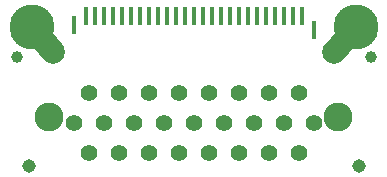
<source format=gts>
G04 #@! TF.GenerationSoftware,KiCad,Pcbnew,(5.1.10)-1*
G04 #@! TF.CreationDate,2021-10-13T14:36:50-07:00*
G04 #@! TF.ProjectId,MicroD25_Bondpad,4d696372-6f44-4323-955f-426f6e647061,rev?*
G04 #@! TF.SameCoordinates,Original*
G04 #@! TF.FileFunction,Soldermask,Top*
G04 #@! TF.FilePolarity,Negative*
%FSLAX46Y46*%
G04 Gerber Fmt 4.6, Leading zero omitted, Abs format (unit mm)*
G04 Created by KiCad (PCBNEW (5.1.10)-1) date 2021-10-13 14:36:50*
%MOMM*%
%LPD*%
G01*
G04 APERTURE LIST*
%ADD10C,2.000000*%
%ADD11C,0.100000*%
%ADD12C,3.800000*%
%ADD13C,2.600000*%
%ADD14C,1.000000*%
%ADD15C,1.397000*%
%ADD16C,2.438400*%
%ADD17R,0.457200X1.524000*%
%ADD18C,1.143000*%
G04 APERTURE END LIST*
D10*
X131082073Y-131461301D03*
D11*
G36*
X130305743Y-132091832D02*
G01*
X129020168Y-130559743D01*
X130552257Y-129274168D01*
X131837832Y-130806257D01*
X130305743Y-132091832D01*
G37*
D10*
X131082073Y-131461301D03*
D12*
X129286124Y-129320973D03*
D13*
X129286124Y-129320973D03*
D10*
X154922051Y-131426328D03*
D11*
G36*
X154166292Y-130771284D02*
G01*
X155451867Y-129239195D01*
X156983956Y-130524770D01*
X155698381Y-132056859D01*
X154166292Y-130771284D01*
G37*
D10*
X154922051Y-131426328D03*
D12*
X156718000Y-129286000D03*
D13*
X156718000Y-129286000D03*
D14*
X128016000Y-131826000D03*
X157988000Y-131826000D03*
D15*
X134112000Y-139954000D03*
X136652000Y-139954000D03*
X139192000Y-139954000D03*
X141732000Y-139954000D03*
X144272000Y-139954000D03*
X146812000Y-139954000D03*
X149352000Y-139954000D03*
X151892000Y-139954000D03*
X132842000Y-137414000D03*
X135382000Y-137414000D03*
X137922000Y-137414000D03*
X140462000Y-137414000D03*
X143002000Y-137414000D03*
X145542000Y-137414000D03*
X148082000Y-137414000D03*
X150622000Y-137414000D03*
X153162000Y-137414000D03*
X134112000Y-134874000D03*
X136652000Y-134874000D03*
X139192000Y-134874000D03*
X141732000Y-134874000D03*
X144272000Y-134874000D03*
X146812000Y-134874000D03*
X149352000Y-134874000D03*
X151892000Y-134874000D03*
D16*
X155257500Y-136906000D03*
X130746500Y-136906000D03*
D17*
X134620000Y-128397000D03*
X136906000Y-128397000D03*
X139192000Y-128397000D03*
X141478000Y-128397000D03*
X144526000Y-128397000D03*
X146812000Y-128397000D03*
X149098000Y-128397000D03*
X151384000Y-128397000D03*
X133858000Y-128397000D03*
X136144000Y-128397000D03*
X138430000Y-128397000D03*
X140716000Y-128397000D03*
X143002000Y-128397000D03*
X145288000Y-128397000D03*
X147574000Y-128397000D03*
X149860000Y-128397000D03*
X152146000Y-128397000D03*
X135382000Y-128397000D03*
X137668000Y-128397000D03*
X139954000Y-128397000D03*
X142240000Y-128397000D03*
X143764000Y-128397000D03*
X146050000Y-128397000D03*
X148336000Y-128397000D03*
X150622000Y-128397000D03*
X132842000Y-129159000D03*
X153162000Y-129540000D03*
D18*
X156972000Y-141097000D03*
X129032000Y-141097000D03*
M02*

</source>
